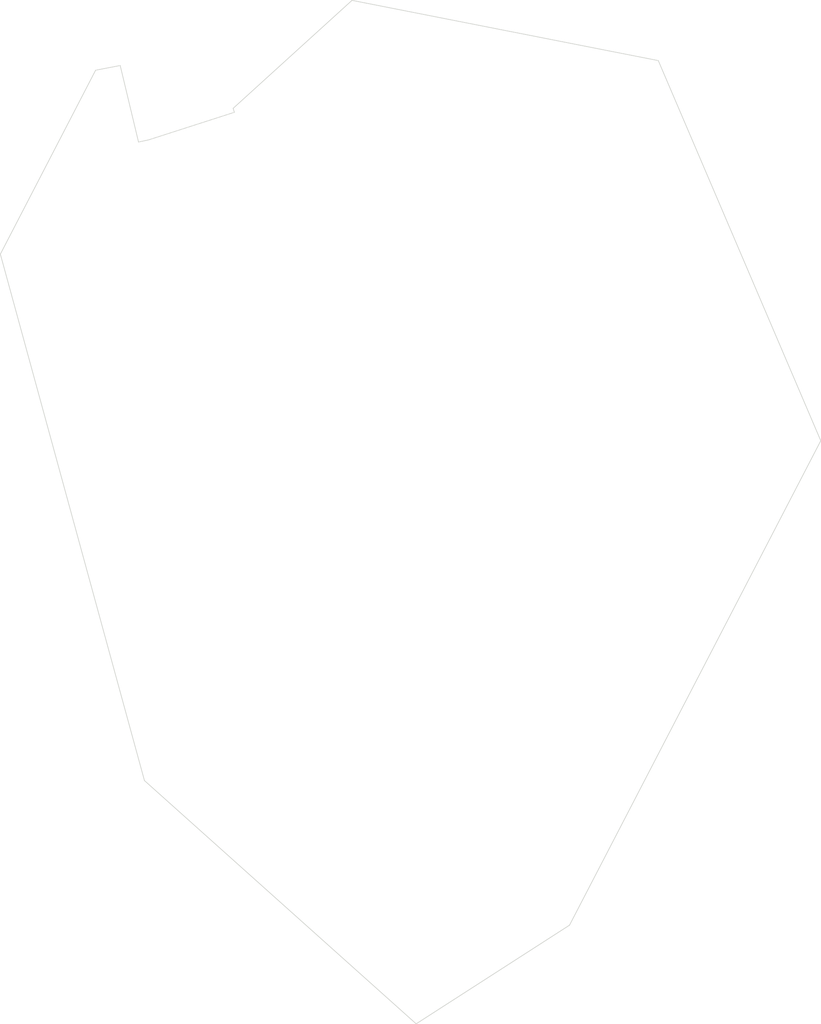
<source format=kicad_pcb>

(kicad_pcb (version 4) (host pcbnew 4.0.7)

	(general
		(links 0)
		(no_connects 0)
		(area 77.052499 41.877835 92.193313 53.630501)
		(thickness 1.6)
		(drawings 8)
		(tracks 0)
		(zones 0)
		(modules 1)
		(nets 1)
	)

	(page A4)
	(layers
		(0 F.Cu signal)
		(31 B.Cu signal)
		(32 B.Adhes user)
		(33 F.Adhes user)
		(34 B.Paste user)
		(35 F.Paste user)
		(36 B.SilkS user)
		(37 F.SilkS user)
		(38 B.Mask user)
		(39 F.Mask user)
		(40 Dwgs.User user)
		(41 Cmts.User user)
		(42 Eco1.User user)
		(43 Eco2.User user)
		(44 Edge.Cuts user)
		(45 Margin user)
		(46 B.CrtYd user)
		(47 F.CrtYd user)
		(48 B.Fab user)
		(49 F.Fab user)
	)

	(setup
		(last_trace_width 0.25)
		(trace_clearance 0.2)
		(zone_clearance 0.508)
		(zone_45_only no)
		(trace_min 0.2)
		(segment_width 0.2)
		(edge_width 0.15)
		(via_size 0.6)
		(via_drill 0.4)
		(via_min_size 0.4)
		(via_min_drill 0.3)
		(uvia_size 0.3)
		(uvia_drill 0.1)
		(uvias_allowed no)
		(uvia_min_size 0.2)
		(uvia_min_drill 0.1)
		(pcb_text_width 0.3)
		(pcb_text_size 1.5 1.5)
		(mod_edge_width 0.15)
		(mod_text_size 1 1)
		(mod_text_width 0.15)
		(pad_size 1.524 1.524)
		(pad_drill 0.762)
		(pad_to_mask_clearance 0.2)
		(aux_axis_origin 0 0)
		(visible_elements FFFFFF7F)
		(pcbplotparams
			(layerselection 0x010f0_80000001)
			(usegerberextensions false)
			(excludeedgelayer true)
			(linewidth 0.100000)
			(plotframeref false)
			(viasonmask false)
			(mode 1)
			(useauxorigin false)
			(hpglpennumber 1)
			(hpglpenspeed 20)
			(hpglpendiameter 15)
			(hpglpenoverlay 2)
			(psnegative false)
			(psa4output false)
			(plotreference true)
			(plotvalue true)
			(plotinvisibletext false)
			(padsonsilk false)
			(subtractmaskfromsilk false)
			(outputformat 1)
			(mirror false)
			(drillshape 1)
			(scaleselection 1)
			(outputdirectory gerbers/))
	)

	(net 0 "")

	(net_class Default "This is the default net class."
		(clearance 0.2)
		(trace_width 0.25)
		(via_dia 0.6)
		(via_drill 0.4)
		(uvia_dia 0.3)
		(uvia_drill 0.1)
	)
(gr_line (start 245.603820 -21.945526) (end 242.197710 -21.294136) (layer Edge.Cuts) (width 0.1))
(gr_line (start 242.197710 -21.294136) (end 228.998040 4.171603) (layer Edge.Cuts) (width 0.1))
(gr_line (start 228.998040 4.171603) (end 248.965610 77.049140) (layer Edge.Cuts) (width 0.1))
(gr_line (start 248.965610 77.049140) (end 286.616120 110.726080) (layer Edge.Cuts) (width 0.1))
(gr_line (start 286.616120 110.726080) (end 307.866740 97.067230) (layer Edge.Cuts) (width 0.1))
(gr_line (start 307.866740 97.067230) (end 342.683080 30.000650) (layer Edge.Cuts) (width 0.1))
(gr_line (start 342.683080 30.000650) (end 320.168460 -22.624976) (layer Edge.Cuts) (width 0.1))
(gr_line (start 320.168460 -22.624976) (end 277.724020 -30.964822) (layer Edge.Cuts) (width 0.1))
(gr_line (start 277.724020 -30.964822) (end 261.254540 -16.014965) (layer Edge.Cuts) (width 0.1))
(gr_line (start 261.254540 -16.014965) (end 261.425020 -15.469782) (layer Edge.Cuts) (width 0.1))
(gr_line (start 261.425020 -15.469782) (end 249.551400 -11.653180) (layer Edge.Cuts) (width 0.1))
(gr_line (start 249.551400 -11.653180) (end 248.142580 -11.352812) (layer Edge.Cuts) (width 0.1))
(gr_line (start 248.142580 -11.352812) (end 245.603820 -21.945526) (layer Edge.Cuts) (width 0.1))

)

</source>
